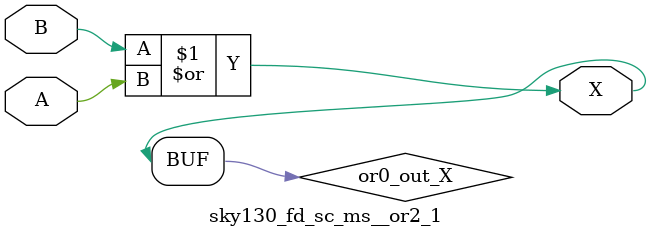
<source format=v>
module sky130_fd_sc_ms__or2_1 (
    X,
    A,
    B
);
    output X;
    input  A;
    input  B;
    wire or0_out_X;
    or  or0  (or0_out_X, B, A           );
    buf buf0 (X        , or0_out_X      );
endmodule
</source>
